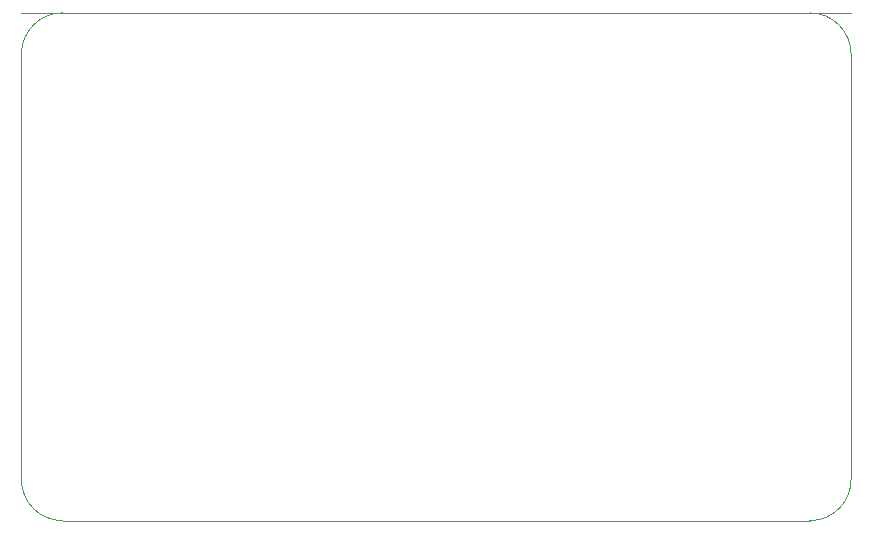
<source format=gbr>
%FSLAX34Y34*%
G04 Gerber Fmt 3.4, Leading zero omitted, Abs format*
G04 (created by PCBNEW (2014-03-19 BZR 4756)-product) date Thu 12 Jun 2014 23:18:30 BST*
%MOIN*%
G01*
G70*
G90*
G04 APERTURE LIST*
%ADD10C,0.005906*%
%ADD11C,0.003937*%
G04 APERTURE END LIST*
G54D10*
G54D11*
X43405Y-29921D02*
X68307Y-29921D01*
X42027Y-31299D02*
X42027Y-45472D01*
X43405Y-29921D02*
G75*
G03X42027Y-31299I0J-1377D01*
G74*
G01*
X43405Y-46850D02*
X68307Y-46850D01*
X42027Y-45472D02*
G75*
G03X43405Y-46850I1377J0D01*
G74*
G01*
X69685Y-31299D02*
X69685Y-45472D01*
X69685Y-31299D02*
G75*
G03X68307Y-29921I-1377J0D01*
G74*
G01*
X68307Y-46850D02*
G75*
G03X69685Y-45472I0J1377D01*
G74*
G01*
X42027Y-29921D02*
X69685Y-29921D01*
M02*

</source>
